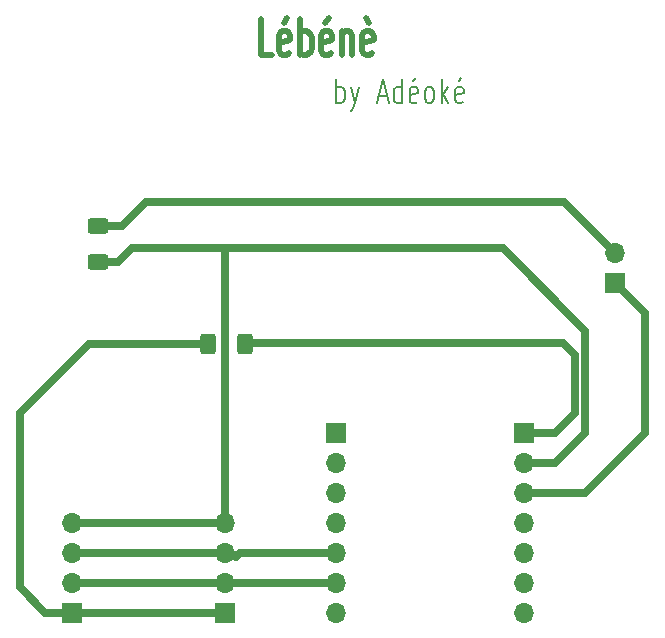
<source format=gbr>
%TF.GenerationSoftware,KiCad,Pcbnew,7.0.1*%
%TF.CreationDate,2023-06-01T15:09:58+00:00*%
%TF.ProjectId,Output,4f757470-7574-42e6-9b69-6361645f7063,rev?*%
%TF.SameCoordinates,Original*%
%TF.FileFunction,Copper,L1,Top*%
%TF.FilePolarity,Positive*%
%FSLAX46Y46*%
G04 Gerber Fmt 4.6, Leading zero omitted, Abs format (unit mm)*
G04 Created by KiCad (PCBNEW 7.0.1) date 2023-06-01 15:09:58*
%MOMM*%
%LPD*%
G01*
G04 APERTURE LIST*
G04 Aperture macros list*
%AMRoundRect*
0 Rectangle with rounded corners*
0 $1 Rounding radius*
0 $2 $3 $4 $5 $6 $7 $8 $9 X,Y pos of 4 corners*
0 Add a 4 corners polygon primitive as box body*
4,1,4,$2,$3,$4,$5,$6,$7,$8,$9,$2,$3,0*
0 Add four circle primitives for the rounded corners*
1,1,$1+$1,$2,$3*
1,1,$1+$1,$4,$5*
1,1,$1+$1,$6,$7*
1,1,$1+$1,$8,$9*
0 Add four rect primitives between the rounded corners*
20,1,$1+$1,$2,$3,$4,$5,0*
20,1,$1+$1,$4,$5,$6,$7,0*
20,1,$1+$1,$6,$7,$8,$9,0*
20,1,$1+$1,$8,$9,$2,$3,0*%
G04 Aperture macros list end*
%ADD10C,0.150000*%
%TA.AperFunction,NonConductor*%
%ADD11C,0.150000*%
%TD*%
%ADD12C,0.500000*%
%TA.AperFunction,NonConductor*%
%ADD13C,0.500000*%
%TD*%
%TA.AperFunction,SMDPad,CuDef*%
%ADD14RoundRect,0.250000X0.625000X-0.400000X0.625000X0.400000X-0.625000X0.400000X-0.625000X-0.400000X0*%
%TD*%
%TA.AperFunction,SMDPad,CuDef*%
%ADD15RoundRect,0.250000X-0.400000X-0.625000X0.400000X-0.625000X0.400000X0.625000X-0.400000X0.625000X0*%
%TD*%
%TA.AperFunction,ComponentPad*%
%ADD16R,1.700000X1.700000*%
%TD*%
%TA.AperFunction,ComponentPad*%
%ADD17O,1.700000X1.700000*%
%TD*%
%TA.AperFunction,Conductor*%
%ADD18C,0.700000*%
%TD*%
G04 APERTURE END LIST*
D10*
D11*
X39219142Y63363761D02*
X39219142Y65363761D01*
X39219142Y64601857D02*
X39362000Y64697095D01*
X39362000Y64697095D02*
X39647714Y64697095D01*
X39647714Y64697095D02*
X39790571Y64601857D01*
X39790571Y64601857D02*
X39862000Y64506619D01*
X39862000Y64506619D02*
X39933428Y64316142D01*
X39933428Y64316142D02*
X39933428Y63744714D01*
X39933428Y63744714D02*
X39862000Y63554238D01*
X39862000Y63554238D02*
X39790571Y63459000D01*
X39790571Y63459000D02*
X39647714Y63363761D01*
X39647714Y63363761D02*
X39362000Y63363761D01*
X39362000Y63363761D02*
X39219142Y63459000D01*
X40433428Y64697095D02*
X40790571Y63363761D01*
X41147714Y64697095D02*
X40790571Y63363761D01*
X40790571Y63363761D02*
X40647714Y62887571D01*
X40647714Y62887571D02*
X40576285Y62792333D01*
X40576285Y62792333D02*
X40433428Y62697095D01*
X42790571Y63935190D02*
X43504857Y63935190D01*
X42647714Y63363761D02*
X43147714Y65363761D01*
X43147714Y65363761D02*
X43647714Y63363761D01*
X44790571Y63363761D02*
X44790571Y65363761D01*
X44790571Y63459000D02*
X44647713Y63363761D01*
X44647713Y63363761D02*
X44361999Y63363761D01*
X44361999Y63363761D02*
X44219142Y63459000D01*
X44219142Y63459000D02*
X44147713Y63554238D01*
X44147713Y63554238D02*
X44076285Y63744714D01*
X44076285Y63744714D02*
X44076285Y64316142D01*
X44076285Y64316142D02*
X44147713Y64506619D01*
X44147713Y64506619D02*
X44219142Y64601857D01*
X44219142Y64601857D02*
X44361999Y64697095D01*
X44361999Y64697095D02*
X44647713Y64697095D01*
X44647713Y64697095D02*
X44790571Y64601857D01*
X46076285Y63459000D02*
X45933428Y63363761D01*
X45933428Y63363761D02*
X45647714Y63363761D01*
X45647714Y63363761D02*
X45504856Y63459000D01*
X45504856Y63459000D02*
X45433428Y63649476D01*
X45433428Y63649476D02*
X45433428Y64411380D01*
X45433428Y64411380D02*
X45504856Y64601857D01*
X45504856Y64601857D02*
X45647714Y64697095D01*
X45647714Y64697095D02*
X45933428Y64697095D01*
X45933428Y64697095D02*
X46076285Y64601857D01*
X46076285Y64601857D02*
X46147714Y64411380D01*
X46147714Y64411380D02*
X46147714Y64220904D01*
X46147714Y64220904D02*
X45433428Y64030428D01*
X45933428Y65459000D02*
X45719142Y65173285D01*
X47004856Y63363761D02*
X46861999Y63459000D01*
X46861999Y63459000D02*
X46790570Y63554238D01*
X46790570Y63554238D02*
X46719142Y63744714D01*
X46719142Y63744714D02*
X46719142Y64316142D01*
X46719142Y64316142D02*
X46790570Y64506619D01*
X46790570Y64506619D02*
X46861999Y64601857D01*
X46861999Y64601857D02*
X47004856Y64697095D01*
X47004856Y64697095D02*
X47219142Y64697095D01*
X47219142Y64697095D02*
X47361999Y64601857D01*
X47361999Y64601857D02*
X47433428Y64506619D01*
X47433428Y64506619D02*
X47504856Y64316142D01*
X47504856Y64316142D02*
X47504856Y63744714D01*
X47504856Y63744714D02*
X47433428Y63554238D01*
X47433428Y63554238D02*
X47361999Y63459000D01*
X47361999Y63459000D02*
X47219142Y63363761D01*
X47219142Y63363761D02*
X47004856Y63363761D01*
X48147713Y63363761D02*
X48147713Y65363761D01*
X48290571Y64125666D02*
X48719142Y63363761D01*
X48719142Y64697095D02*
X48147713Y63935190D01*
X49933428Y63459000D02*
X49790571Y63363761D01*
X49790571Y63363761D02*
X49504857Y63363761D01*
X49504857Y63363761D02*
X49361999Y63459000D01*
X49361999Y63459000D02*
X49290571Y63649476D01*
X49290571Y63649476D02*
X49290571Y64411380D01*
X49290571Y64411380D02*
X49361999Y64601857D01*
X49361999Y64601857D02*
X49504857Y64697095D01*
X49504857Y64697095D02*
X49790571Y64697095D01*
X49790571Y64697095D02*
X49933428Y64601857D01*
X49933428Y64601857D02*
X50004857Y64411380D01*
X50004857Y64411380D02*
X50004857Y64220904D01*
X50004857Y64220904D02*
X49290571Y64030428D01*
X49790571Y65459000D02*
X49576285Y65173285D01*
D12*
D13*
X33813571Y67423142D02*
X32861190Y67423142D01*
X32861190Y67423142D02*
X32861190Y70423142D01*
X35242143Y67566000D02*
X35051667Y67423142D01*
X35051667Y67423142D02*
X34670714Y67423142D01*
X34670714Y67423142D02*
X34480238Y67566000D01*
X34480238Y67566000D02*
X34385000Y67851714D01*
X34385000Y67851714D02*
X34385000Y68994571D01*
X34385000Y68994571D02*
X34480238Y69280285D01*
X34480238Y69280285D02*
X34670714Y69423142D01*
X34670714Y69423142D02*
X35051667Y69423142D01*
X35051667Y69423142D02*
X35242143Y69280285D01*
X35242143Y69280285D02*
X35337381Y68994571D01*
X35337381Y68994571D02*
X35337381Y68708857D01*
X35337381Y68708857D02*
X34385000Y68423142D01*
X35051667Y70566000D02*
X34765952Y70137428D01*
X36194524Y67423142D02*
X36194524Y70423142D01*
X36194524Y69280285D02*
X36385000Y69423142D01*
X36385000Y69423142D02*
X36765953Y69423142D01*
X36765953Y69423142D02*
X36956429Y69280285D01*
X36956429Y69280285D02*
X37051667Y69137428D01*
X37051667Y69137428D02*
X37146905Y68851714D01*
X37146905Y68851714D02*
X37146905Y67994571D01*
X37146905Y67994571D02*
X37051667Y67708857D01*
X37051667Y67708857D02*
X36956429Y67566000D01*
X36956429Y67566000D02*
X36765953Y67423142D01*
X36765953Y67423142D02*
X36385000Y67423142D01*
X36385000Y67423142D02*
X36194524Y67566000D01*
X38765953Y67566000D02*
X38575477Y67423142D01*
X38575477Y67423142D02*
X38194524Y67423142D01*
X38194524Y67423142D02*
X38004048Y67566000D01*
X38004048Y67566000D02*
X37908810Y67851714D01*
X37908810Y67851714D02*
X37908810Y68994571D01*
X37908810Y68994571D02*
X38004048Y69280285D01*
X38004048Y69280285D02*
X38194524Y69423142D01*
X38194524Y69423142D02*
X38575477Y69423142D01*
X38575477Y69423142D02*
X38765953Y69280285D01*
X38765953Y69280285D02*
X38861191Y68994571D01*
X38861191Y68994571D02*
X38861191Y68708857D01*
X38861191Y68708857D02*
X37908810Y68423142D01*
X38575477Y70566000D02*
X38289762Y70137428D01*
X39718334Y69423142D02*
X39718334Y67423142D01*
X39718334Y69137428D02*
X39813572Y69280285D01*
X39813572Y69280285D02*
X40004048Y69423142D01*
X40004048Y69423142D02*
X40289763Y69423142D01*
X40289763Y69423142D02*
X40480239Y69280285D01*
X40480239Y69280285D02*
X40575477Y68994571D01*
X40575477Y68994571D02*
X40575477Y67423142D01*
X42289763Y67566000D02*
X42099287Y67423142D01*
X42099287Y67423142D02*
X41718334Y67423142D01*
X41718334Y67423142D02*
X41527858Y67566000D01*
X41527858Y67566000D02*
X41432620Y67851714D01*
X41432620Y67851714D02*
X41432620Y68994571D01*
X41432620Y68994571D02*
X41527858Y69280285D01*
X41527858Y69280285D02*
X41718334Y69423142D01*
X41718334Y69423142D02*
X42099287Y69423142D01*
X42099287Y69423142D02*
X42289763Y69280285D01*
X42289763Y69280285D02*
X42385001Y68994571D01*
X42385001Y68994571D02*
X42385001Y68708857D01*
X42385001Y68708857D02*
X41432620Y68423142D01*
X41718334Y70566000D02*
X42004048Y70137428D01*
D14*
%TO.P,R2,1*%
%TO.N,/GND*%
X19050000Y49859000D03*
%TO.P,R2,2*%
%TO.N,/H*%
X19050000Y52959000D03*
%TD*%
D15*
%TO.P,R1,1*%
%TO.N,/5V*%
X28396000Y42926000D03*
%TO.P,R1,2*%
X31496000Y42926000D03*
%TD*%
D16*
%TO.P,J1,1,Pin_1*%
%TO.N,/5V*%
X16891000Y20193000D03*
D17*
%TO.P,J1,2,Pin_2*%
%TO.N,/SCL*%
X16891000Y22733000D03*
%TO.P,J1,3,Pin_3*%
%TO.N,/SDA*%
X16891000Y25273000D03*
%TO.P,J1,4,Pin_4*%
%TO.N,/GND*%
X16891000Y27813000D03*
%TD*%
D16*
%TO.P,J6,1,Pin_1*%
%TO.N,unconnected-(J6-Pin_1-Pad1)*%
X39243000Y35433000D03*
D17*
%TO.P,J6,2,Pin_2*%
%TO.N,unconnected-(J6-Pin_2-Pad2)*%
X39243000Y32893000D03*
%TO.P,J6,3,Pin_3*%
%TO.N,unconnected-(J6-Pin_3-Pad3)*%
X39243000Y30353000D03*
%TO.P,J6,4,Pin_4*%
%TO.N,unconnected-(J6-Pin_4-Pad4)*%
X39243000Y27813000D03*
%TO.P,J6,5,Pin_5*%
%TO.N,/SDA*%
X39243000Y25273000D03*
%TO.P,J6,6,Pin_6*%
%TO.N,/SCL*%
X39243000Y22733000D03*
%TO.P,J6,7,Pin_7*%
%TO.N,unconnected-(J6-Pin_7-Pad7)*%
X39243000Y20193000D03*
%TD*%
D16*
%TO.P,J5,1,Pin_1*%
%TO.N,/5V*%
X55118000Y35433000D03*
D17*
%TO.P,J5,2,Pin_2*%
%TO.N,/GND*%
X55118000Y32893000D03*
%TO.P,J5,3,Pin_3*%
%TO.N,/3V3*%
X55118000Y30353000D03*
%TO.P,J5,4,Pin_4*%
%TO.N,unconnected-(J5-Pin_4-Pad4)*%
X55118000Y27813000D03*
%TO.P,J5,5,Pin_5*%
%TO.N,unconnected-(J5-Pin_5-Pad5)*%
X55118000Y25273000D03*
%TO.P,J5,6,Pin_6*%
%TO.N,unconnected-(J5-Pin_6-Pad6)*%
X55118000Y22733000D03*
%TO.P,J5,7,Pin_7*%
%TO.N,unconnected-(J5-Pin_7-Pad7)*%
X55118000Y20193000D03*
%TD*%
D16*
%TO.P,J4,1,Pin_1*%
%TO.N,/3V3*%
X62865000Y48133000D03*
D17*
%TO.P,J4,2,Pin_2*%
%TO.N,/H*%
X62865000Y50673000D03*
%TD*%
D16*
%TO.P,J2,1,Pin_1*%
%TO.N,/5V*%
X29845000Y20193000D03*
D17*
%TO.P,J2,2,Pin_2*%
%TO.N,/SCL*%
X29845000Y22733000D03*
%TO.P,J2,3,Pin_3*%
%TO.N,/SDA*%
X29845000Y25273000D03*
%TO.P,J2,4,Pin_4*%
%TO.N,/GND*%
X29845000Y27813000D03*
%TD*%
D18*
%TO.N,/H*%
X19050000Y52959000D02*
X21082000Y52959000D01*
%TO.N,/GND*%
X60325000Y35433000D02*
X57785000Y32893000D01*
X60325000Y44069000D02*
X60325000Y35433000D01*
X57785000Y32893000D02*
X55245000Y32893000D01*
X21971000Y51054000D02*
X53340000Y51054000D01*
X53340000Y51054000D02*
X60325000Y44069000D01*
X20776000Y49859000D02*
X21971000Y51054000D01*
X19050000Y49859000D02*
X20776000Y49859000D01*
X29845000Y50800000D02*
X29591000Y51054000D01*
X29845000Y27813000D02*
X29845000Y50800000D01*
%TO.N,/H*%
X23114000Y54991000D02*
X21082000Y52959000D01*
X58547000Y54991000D02*
X23114000Y54991000D01*
X62865000Y50673000D02*
X58547000Y54991000D01*
%TO.N,/5V*%
X16891000Y20193000D02*
X29845000Y20193000D01*
%TO.N,/SCL*%
X16891000Y22733000D02*
X29845000Y22733000D01*
X39243000Y22733000D02*
X29845000Y22733000D01*
%TO.N,/SDA*%
X31115000Y25273000D02*
X39243000Y25273000D01*
X30353000Y25273000D02*
X30734000Y24892000D01*
X16891000Y25273000D02*
X30353000Y25273000D01*
X30734000Y24892000D02*
X31115000Y25273000D01*
%TO.N,/GND*%
X16891000Y27813000D02*
X29845000Y27813000D01*
%TO.N,/5V*%
X14605000Y20193000D02*
X16891000Y20193000D01*
X12446000Y22352000D02*
X14605000Y20193000D01*
X12446000Y37084000D02*
X12446000Y22352000D01*
X18288000Y42926000D02*
X12446000Y37084000D01*
X28396000Y42926000D02*
X18288000Y42926000D01*
X58420000Y43053000D02*
X31623000Y43053000D01*
X57785000Y35433000D02*
X59425000Y37073000D01*
X59425000Y42048000D02*
X58420000Y43053000D01*
X31623000Y43053000D02*
X31496000Y42926000D01*
X55245000Y35433000D02*
X57785000Y35433000D01*
X59425000Y37073000D02*
X59425000Y42048000D01*
X28269000Y43053000D02*
X28396000Y42926000D01*
%TO.N,/3V3*%
X65405000Y45593000D02*
X62865000Y48133000D01*
X65405000Y35433000D02*
X65405000Y45593000D01*
X55245000Y30353000D02*
X60325000Y30353000D01*
X60325000Y30353000D02*
X65405000Y35433000D01*
%TD*%
M02*

</source>
